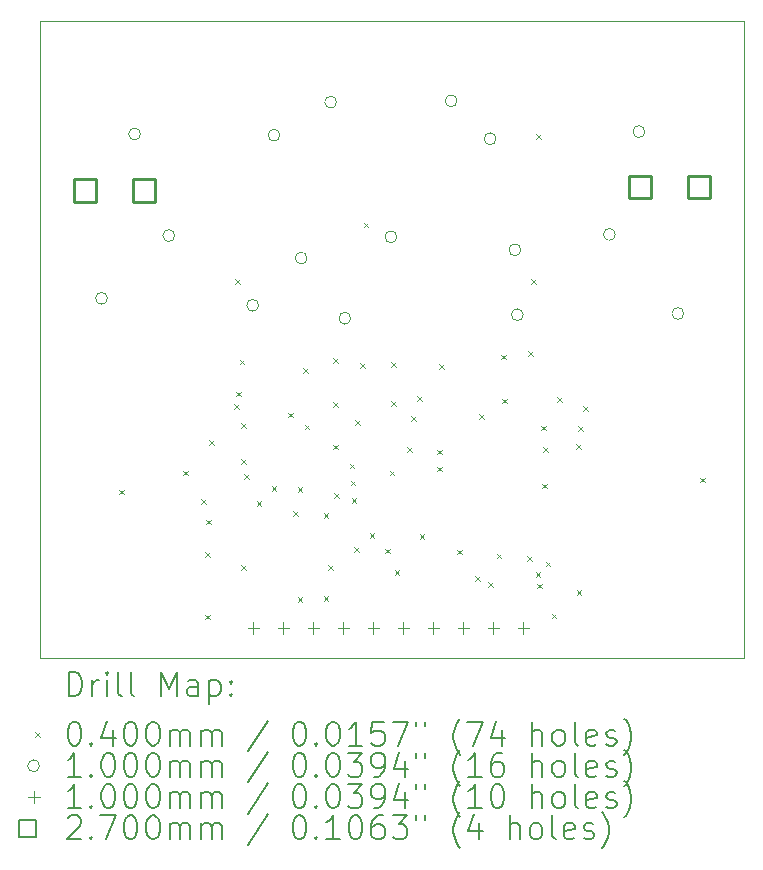
<source format=gbr>
%TF.GenerationSoftware,KiCad,Pcbnew,7.0.1*%
%TF.CreationDate,2023-11-01T02:10:30-07:00*%
%TF.ProjectId,KENESP32LTC370TEST,4b454e45-5350-4333-924c-544333373054,rev?*%
%TF.SameCoordinates,Original*%
%TF.FileFunction,Drillmap*%
%TF.FilePolarity,Positive*%
%FSLAX45Y45*%
G04 Gerber Fmt 4.5, Leading zero omitted, Abs format (unit mm)*
G04 Created by KiCad (PCBNEW 7.0.1) date 2023-11-01 02:10:30*
%MOMM*%
%LPD*%
G01*
G04 APERTURE LIST*
%ADD10C,0.100000*%
%ADD11C,0.200000*%
%ADD12C,0.040000*%
%ADD13C,0.270000*%
G04 APERTURE END LIST*
D10*
X8900000Y-15640000D02*
X14860000Y-15640000D01*
X8900000Y-10240000D02*
X8900000Y-15640000D01*
X14860000Y-10240000D02*
X8900000Y-10240000D01*
X14860000Y-15640000D02*
X14860000Y-10240000D01*
D11*
D12*
X9570000Y-14210000D02*
X9610000Y-14250000D01*
X9610000Y-14210000D02*
X9570000Y-14250000D01*
X10110000Y-14050000D02*
X10150000Y-14090000D01*
X10150000Y-14050000D02*
X10110000Y-14090000D01*
X10262450Y-14290996D02*
X10302450Y-14330996D01*
X10302450Y-14290996D02*
X10262450Y-14330996D01*
X10300000Y-14740000D02*
X10340000Y-14780000D01*
X10340000Y-14740000D02*
X10300000Y-14780000D01*
X10300000Y-15270000D02*
X10340000Y-15310000D01*
X10340000Y-15270000D02*
X10300000Y-15310000D01*
X10305000Y-14463750D02*
X10345000Y-14503750D01*
X10345000Y-14463750D02*
X10305000Y-14503750D01*
X10330000Y-13790000D02*
X10370000Y-13830000D01*
X10370000Y-13790000D02*
X10330000Y-13830000D01*
X10540000Y-13490000D02*
X10580000Y-13530000D01*
X10580000Y-13490000D02*
X10540000Y-13530000D01*
X10550000Y-12430000D02*
X10590000Y-12470000D01*
X10590000Y-12430000D02*
X10550000Y-12470000D01*
X10560000Y-13380000D02*
X10600000Y-13420000D01*
X10600000Y-13380000D02*
X10560000Y-13420000D01*
X10590000Y-13110000D02*
X10630000Y-13150000D01*
X10630000Y-13110000D02*
X10590000Y-13150000D01*
X10600000Y-14852600D02*
X10640000Y-14892600D01*
X10640000Y-14852600D02*
X10600000Y-14892600D01*
X10602450Y-13650000D02*
X10642450Y-13690000D01*
X10642450Y-13650000D02*
X10602450Y-13690000D01*
X10602450Y-13950000D02*
X10642450Y-13990000D01*
X10642450Y-13950000D02*
X10602450Y-13990000D01*
X10630000Y-14080000D02*
X10670000Y-14120000D01*
X10670000Y-14080000D02*
X10630000Y-14120000D01*
X10732408Y-14306359D02*
X10772408Y-14346359D01*
X10772408Y-14306359D02*
X10732408Y-14346359D01*
X10860000Y-14180000D02*
X10900000Y-14220000D01*
X10900000Y-14180000D02*
X10860000Y-14220000D01*
X11000000Y-13560000D02*
X11040000Y-13600000D01*
X11040000Y-13560000D02*
X11000000Y-13600000D01*
X11040000Y-14390000D02*
X11080000Y-14430000D01*
X11080000Y-14390000D02*
X11040000Y-14430000D01*
X11080000Y-14190000D02*
X11120000Y-14230000D01*
X11120000Y-14190000D02*
X11080000Y-14230000D01*
X11080000Y-15120000D02*
X11120000Y-15160000D01*
X11120000Y-15120000D02*
X11080000Y-15160000D01*
X11130000Y-13180000D02*
X11170000Y-13220000D01*
X11170000Y-13180000D02*
X11130000Y-13220000D01*
X11140000Y-13660000D02*
X11180000Y-13700000D01*
X11180000Y-13660000D02*
X11140000Y-13700000D01*
X11300000Y-14410000D02*
X11340000Y-14450000D01*
X11340000Y-14410000D02*
X11300000Y-14450000D01*
X11300000Y-15112450D02*
X11340000Y-15152450D01*
X11340000Y-15112450D02*
X11300000Y-15152450D01*
X11340000Y-14852600D02*
X11380000Y-14892600D01*
X11380000Y-14852600D02*
X11340000Y-14892600D01*
X11380000Y-13100000D02*
X11420000Y-13140000D01*
X11420000Y-13100000D02*
X11380000Y-13140000D01*
X11380000Y-13470000D02*
X11420000Y-13510000D01*
X11420000Y-13470000D02*
X11380000Y-13510000D01*
X11384057Y-13829790D02*
X11424057Y-13869790D01*
X11424057Y-13829790D02*
X11384057Y-13869790D01*
X11390000Y-14240000D02*
X11430000Y-14280000D01*
X11430000Y-14240000D02*
X11390000Y-14280000D01*
X11520000Y-13990000D02*
X11560000Y-14030000D01*
X11560000Y-13990000D02*
X11520000Y-14030000D01*
X11530000Y-14134900D02*
X11570000Y-14174900D01*
X11570000Y-14134900D02*
X11530000Y-14174900D01*
X11537525Y-14285065D02*
X11577525Y-14325065D01*
X11577525Y-14285065D02*
X11537525Y-14325065D01*
X11560000Y-14700000D02*
X11600000Y-14740000D01*
X11600000Y-14700000D02*
X11560000Y-14740000D01*
X11570000Y-13620000D02*
X11610000Y-13660000D01*
X11610000Y-13620000D02*
X11570000Y-13660000D01*
X11610000Y-13140000D02*
X11650000Y-13180000D01*
X11650000Y-13140000D02*
X11610000Y-13180000D01*
X11640000Y-11950000D02*
X11680000Y-11990000D01*
X11680000Y-11950000D02*
X11640000Y-11990000D01*
X11690000Y-14580000D02*
X11730000Y-14620000D01*
X11730000Y-14580000D02*
X11690000Y-14620000D01*
X11820000Y-14710000D02*
X11860000Y-14750000D01*
X11860000Y-14710000D02*
X11820000Y-14750000D01*
X11860000Y-14050000D02*
X11900000Y-14090000D01*
X11900000Y-14050000D02*
X11860000Y-14090000D01*
X11870000Y-13130000D02*
X11910000Y-13170000D01*
X11910000Y-13130000D02*
X11870000Y-13170000D01*
X11870000Y-13460000D02*
X11910000Y-13500000D01*
X11910000Y-13460000D02*
X11870000Y-13500000D01*
X11902274Y-14892274D02*
X11942274Y-14932274D01*
X11942274Y-14892274D02*
X11902274Y-14932274D01*
X12005660Y-13850279D02*
X12045660Y-13890279D01*
X12045660Y-13850279D02*
X12005660Y-13890279D01*
X12038805Y-13591195D02*
X12078805Y-13631195D01*
X12078805Y-13591195D02*
X12038805Y-13631195D01*
X12090000Y-13420000D02*
X12130000Y-13460000D01*
X12130000Y-13420000D02*
X12090000Y-13460000D01*
X12114424Y-14590000D02*
X12154424Y-14630000D01*
X12154424Y-14590000D02*
X12114424Y-14630000D01*
X12259330Y-14016837D02*
X12299330Y-14056837D01*
X12299330Y-14016837D02*
X12259330Y-14056837D01*
X12263117Y-13871937D02*
X12303117Y-13911937D01*
X12303117Y-13871937D02*
X12263117Y-13911937D01*
X12280000Y-13150000D02*
X12320000Y-13190000D01*
X12320000Y-13150000D02*
X12280000Y-13190000D01*
X12430000Y-14720000D02*
X12470000Y-14760000D01*
X12470000Y-14720000D02*
X12430000Y-14760000D01*
X12585870Y-14941899D02*
X12625870Y-14981899D01*
X12625870Y-14941899D02*
X12585870Y-14981899D01*
X12620000Y-13570000D02*
X12660000Y-13610000D01*
X12660000Y-13570000D02*
X12620000Y-13610000D01*
X12695000Y-14995000D02*
X12735000Y-15035000D01*
X12735000Y-14995000D02*
X12695000Y-15035000D01*
X12765000Y-14752540D02*
X12805000Y-14792540D01*
X12805000Y-14752540D02*
X12765000Y-14792540D01*
X12802350Y-13067650D02*
X12842350Y-13107650D01*
X12842350Y-13067650D02*
X12802350Y-13107650D01*
X12810000Y-13440000D02*
X12850000Y-13480000D01*
X12850000Y-13440000D02*
X12810000Y-13480000D01*
X13021230Y-14771230D02*
X13061230Y-14811230D01*
X13061230Y-14771230D02*
X13021230Y-14811230D01*
X13030000Y-13040000D02*
X13070000Y-13080000D01*
X13070000Y-13040000D02*
X13030000Y-13080000D01*
X13060000Y-12430000D02*
X13100000Y-12470000D01*
X13100000Y-12430000D02*
X13060000Y-12470000D01*
X13095810Y-14908461D02*
X13135810Y-14948461D01*
X13135810Y-14908461D02*
X13095810Y-14948461D01*
X13100000Y-11200000D02*
X13140000Y-11240000D01*
X13140000Y-11200000D02*
X13100000Y-11240000D01*
X13108902Y-15007550D02*
X13148902Y-15047550D01*
X13148902Y-15007550D02*
X13108902Y-15047550D01*
X13140820Y-13668982D02*
X13180820Y-13708982D01*
X13180820Y-13668982D02*
X13140820Y-13708982D01*
X13150000Y-14160000D02*
X13190000Y-14200000D01*
X13190000Y-14160000D02*
X13150000Y-14200000D01*
X13160000Y-13850000D02*
X13200000Y-13890000D01*
X13200000Y-13850000D02*
X13160000Y-13890000D01*
X13180000Y-14820000D02*
X13220000Y-14860000D01*
X13220000Y-14820000D02*
X13180000Y-14860000D01*
X13230000Y-15260000D02*
X13270000Y-15300000D01*
X13270000Y-15260000D02*
X13230000Y-15300000D01*
X13280000Y-13430000D02*
X13320000Y-13470000D01*
X13320000Y-13430000D02*
X13280000Y-13470000D01*
X13437350Y-13823278D02*
X13477350Y-13863278D01*
X13477350Y-13823278D02*
X13437350Y-13863278D01*
X13442550Y-15060000D02*
X13482550Y-15100000D01*
X13482550Y-15060000D02*
X13442550Y-15100000D01*
X13452550Y-13674377D02*
X13492550Y-13714377D01*
X13492550Y-13674377D02*
X13452550Y-13714377D01*
X13495310Y-13504689D02*
X13535310Y-13544689D01*
X13535310Y-13504689D02*
X13495310Y-13544689D01*
X14490000Y-14110000D02*
X14530000Y-14150000D01*
X14530000Y-14110000D02*
X14490000Y-14150000D01*
D10*
X9470000Y-12590000D02*
G75*
G03*
X9470000Y-12590000I-50000J0D01*
G01*
X9750000Y-11200000D02*
G75*
G03*
X9750000Y-11200000I-50000J0D01*
G01*
X10040000Y-12060000D02*
G75*
G03*
X10040000Y-12060000I-50000J0D01*
G01*
X10750000Y-12650000D02*
G75*
G03*
X10750000Y-12650000I-50000J0D01*
G01*
X10930000Y-11210000D02*
G75*
G03*
X10930000Y-11210000I-50000J0D01*
G01*
X11160000Y-12250000D02*
G75*
G03*
X11160000Y-12250000I-50000J0D01*
G01*
X11410000Y-10930000D02*
G75*
G03*
X11410000Y-10930000I-50000J0D01*
G01*
X11530000Y-12760000D02*
G75*
G03*
X11530000Y-12760000I-50000J0D01*
G01*
X11920000Y-12070000D02*
G75*
G03*
X11920000Y-12070000I-50000J0D01*
G01*
X12430000Y-10920000D02*
G75*
G03*
X12430000Y-10920000I-50000J0D01*
G01*
X12760000Y-11240000D02*
G75*
G03*
X12760000Y-11240000I-50000J0D01*
G01*
X12970000Y-12180000D02*
G75*
G03*
X12970000Y-12180000I-50000J0D01*
G01*
X12990000Y-12730000D02*
G75*
G03*
X12990000Y-12730000I-50000J0D01*
G01*
X13770000Y-12050000D02*
G75*
G03*
X13770000Y-12050000I-50000J0D01*
G01*
X14020000Y-11180000D02*
G75*
G03*
X14020000Y-11180000I-50000J0D01*
G01*
X14350000Y-12720000D02*
G75*
G03*
X14350000Y-12720000I-50000J0D01*
G01*
X10706000Y-15330000D02*
X10706000Y-15430000D01*
X10656000Y-15380000D02*
X10756000Y-15380000D01*
X10960000Y-15330000D02*
X10960000Y-15430000D01*
X10910000Y-15380000D02*
X11010000Y-15380000D01*
X11214000Y-15330000D02*
X11214000Y-15430000D01*
X11164000Y-15380000D02*
X11264000Y-15380000D01*
X11468000Y-15330000D02*
X11468000Y-15430000D01*
X11418000Y-15380000D02*
X11518000Y-15380000D01*
X11722000Y-15330000D02*
X11722000Y-15430000D01*
X11672000Y-15380000D02*
X11772000Y-15380000D01*
X11976000Y-15330000D02*
X11976000Y-15430000D01*
X11926000Y-15380000D02*
X12026000Y-15380000D01*
X12230000Y-15330000D02*
X12230000Y-15430000D01*
X12180000Y-15380000D02*
X12280000Y-15380000D01*
X12484000Y-15330000D02*
X12484000Y-15430000D01*
X12434000Y-15380000D02*
X12534000Y-15380000D01*
X12738000Y-15330000D02*
X12738000Y-15430000D01*
X12688000Y-15380000D02*
X12788000Y-15380000D01*
X12992000Y-15330000D02*
X12992000Y-15430000D01*
X12942000Y-15380000D02*
X13042000Y-15380000D01*
D13*
X9375460Y-11775460D02*
X9375460Y-11584540D01*
X9184540Y-11584540D01*
X9184540Y-11775460D01*
X9375460Y-11775460D01*
X9875460Y-11775460D02*
X9875460Y-11584540D01*
X9684540Y-11584540D01*
X9684540Y-11775460D01*
X9875460Y-11775460D01*
X14075460Y-11745460D02*
X14075460Y-11554540D01*
X13884540Y-11554540D01*
X13884540Y-11745460D01*
X14075460Y-11745460D01*
X14575460Y-11745460D02*
X14575460Y-11554540D01*
X14384540Y-11554540D01*
X14384540Y-11745460D01*
X14575460Y-11745460D01*
D11*
X9142619Y-15957524D02*
X9142619Y-15757524D01*
X9142619Y-15757524D02*
X9190238Y-15757524D01*
X9190238Y-15757524D02*
X9218810Y-15767048D01*
X9218810Y-15767048D02*
X9237857Y-15786095D01*
X9237857Y-15786095D02*
X9247381Y-15805143D01*
X9247381Y-15805143D02*
X9256905Y-15843238D01*
X9256905Y-15843238D02*
X9256905Y-15871809D01*
X9256905Y-15871809D02*
X9247381Y-15909905D01*
X9247381Y-15909905D02*
X9237857Y-15928952D01*
X9237857Y-15928952D02*
X9218810Y-15948000D01*
X9218810Y-15948000D02*
X9190238Y-15957524D01*
X9190238Y-15957524D02*
X9142619Y-15957524D01*
X9342619Y-15957524D02*
X9342619Y-15824190D01*
X9342619Y-15862286D02*
X9352143Y-15843238D01*
X9352143Y-15843238D02*
X9361667Y-15833714D01*
X9361667Y-15833714D02*
X9380714Y-15824190D01*
X9380714Y-15824190D02*
X9399762Y-15824190D01*
X9466429Y-15957524D02*
X9466429Y-15824190D01*
X9466429Y-15757524D02*
X9456905Y-15767048D01*
X9456905Y-15767048D02*
X9466429Y-15776571D01*
X9466429Y-15776571D02*
X9475952Y-15767048D01*
X9475952Y-15767048D02*
X9466429Y-15757524D01*
X9466429Y-15757524D02*
X9466429Y-15776571D01*
X9590238Y-15957524D02*
X9571190Y-15948000D01*
X9571190Y-15948000D02*
X9561667Y-15928952D01*
X9561667Y-15928952D02*
X9561667Y-15757524D01*
X9695000Y-15957524D02*
X9675952Y-15948000D01*
X9675952Y-15948000D02*
X9666429Y-15928952D01*
X9666429Y-15928952D02*
X9666429Y-15757524D01*
X9923571Y-15957524D02*
X9923571Y-15757524D01*
X9923571Y-15757524D02*
X9990238Y-15900381D01*
X9990238Y-15900381D02*
X10056905Y-15757524D01*
X10056905Y-15757524D02*
X10056905Y-15957524D01*
X10237857Y-15957524D02*
X10237857Y-15852762D01*
X10237857Y-15852762D02*
X10228333Y-15833714D01*
X10228333Y-15833714D02*
X10209286Y-15824190D01*
X10209286Y-15824190D02*
X10171190Y-15824190D01*
X10171190Y-15824190D02*
X10152143Y-15833714D01*
X10237857Y-15948000D02*
X10218810Y-15957524D01*
X10218810Y-15957524D02*
X10171190Y-15957524D01*
X10171190Y-15957524D02*
X10152143Y-15948000D01*
X10152143Y-15948000D02*
X10142619Y-15928952D01*
X10142619Y-15928952D02*
X10142619Y-15909905D01*
X10142619Y-15909905D02*
X10152143Y-15890857D01*
X10152143Y-15890857D02*
X10171190Y-15881333D01*
X10171190Y-15881333D02*
X10218810Y-15881333D01*
X10218810Y-15881333D02*
X10237857Y-15871809D01*
X10333095Y-15824190D02*
X10333095Y-16024190D01*
X10333095Y-15833714D02*
X10352143Y-15824190D01*
X10352143Y-15824190D02*
X10390238Y-15824190D01*
X10390238Y-15824190D02*
X10409286Y-15833714D01*
X10409286Y-15833714D02*
X10418810Y-15843238D01*
X10418810Y-15843238D02*
X10428333Y-15862286D01*
X10428333Y-15862286D02*
X10428333Y-15919428D01*
X10428333Y-15919428D02*
X10418810Y-15938476D01*
X10418810Y-15938476D02*
X10409286Y-15948000D01*
X10409286Y-15948000D02*
X10390238Y-15957524D01*
X10390238Y-15957524D02*
X10352143Y-15957524D01*
X10352143Y-15957524D02*
X10333095Y-15948000D01*
X10514048Y-15938476D02*
X10523571Y-15948000D01*
X10523571Y-15948000D02*
X10514048Y-15957524D01*
X10514048Y-15957524D02*
X10504524Y-15948000D01*
X10504524Y-15948000D02*
X10514048Y-15938476D01*
X10514048Y-15938476D02*
X10514048Y-15957524D01*
X10514048Y-15833714D02*
X10523571Y-15843238D01*
X10523571Y-15843238D02*
X10514048Y-15852762D01*
X10514048Y-15852762D02*
X10504524Y-15843238D01*
X10504524Y-15843238D02*
X10514048Y-15833714D01*
X10514048Y-15833714D02*
X10514048Y-15852762D01*
D12*
X8855000Y-16265000D02*
X8895000Y-16305000D01*
X8895000Y-16265000D02*
X8855000Y-16305000D01*
D11*
X9180714Y-16177524D02*
X9199762Y-16177524D01*
X9199762Y-16177524D02*
X9218810Y-16187048D01*
X9218810Y-16187048D02*
X9228333Y-16196571D01*
X9228333Y-16196571D02*
X9237857Y-16215619D01*
X9237857Y-16215619D02*
X9247381Y-16253714D01*
X9247381Y-16253714D02*
X9247381Y-16301333D01*
X9247381Y-16301333D02*
X9237857Y-16339428D01*
X9237857Y-16339428D02*
X9228333Y-16358476D01*
X9228333Y-16358476D02*
X9218810Y-16368000D01*
X9218810Y-16368000D02*
X9199762Y-16377524D01*
X9199762Y-16377524D02*
X9180714Y-16377524D01*
X9180714Y-16377524D02*
X9161667Y-16368000D01*
X9161667Y-16368000D02*
X9152143Y-16358476D01*
X9152143Y-16358476D02*
X9142619Y-16339428D01*
X9142619Y-16339428D02*
X9133095Y-16301333D01*
X9133095Y-16301333D02*
X9133095Y-16253714D01*
X9133095Y-16253714D02*
X9142619Y-16215619D01*
X9142619Y-16215619D02*
X9152143Y-16196571D01*
X9152143Y-16196571D02*
X9161667Y-16187048D01*
X9161667Y-16187048D02*
X9180714Y-16177524D01*
X9333095Y-16358476D02*
X9342619Y-16368000D01*
X9342619Y-16368000D02*
X9333095Y-16377524D01*
X9333095Y-16377524D02*
X9323571Y-16368000D01*
X9323571Y-16368000D02*
X9333095Y-16358476D01*
X9333095Y-16358476D02*
X9333095Y-16377524D01*
X9514048Y-16244190D02*
X9514048Y-16377524D01*
X9466429Y-16168000D02*
X9418810Y-16310857D01*
X9418810Y-16310857D02*
X9542619Y-16310857D01*
X9656905Y-16177524D02*
X9675952Y-16177524D01*
X9675952Y-16177524D02*
X9695000Y-16187048D01*
X9695000Y-16187048D02*
X9704524Y-16196571D01*
X9704524Y-16196571D02*
X9714048Y-16215619D01*
X9714048Y-16215619D02*
X9723571Y-16253714D01*
X9723571Y-16253714D02*
X9723571Y-16301333D01*
X9723571Y-16301333D02*
X9714048Y-16339428D01*
X9714048Y-16339428D02*
X9704524Y-16358476D01*
X9704524Y-16358476D02*
X9695000Y-16368000D01*
X9695000Y-16368000D02*
X9675952Y-16377524D01*
X9675952Y-16377524D02*
X9656905Y-16377524D01*
X9656905Y-16377524D02*
X9637857Y-16368000D01*
X9637857Y-16368000D02*
X9628333Y-16358476D01*
X9628333Y-16358476D02*
X9618810Y-16339428D01*
X9618810Y-16339428D02*
X9609286Y-16301333D01*
X9609286Y-16301333D02*
X9609286Y-16253714D01*
X9609286Y-16253714D02*
X9618810Y-16215619D01*
X9618810Y-16215619D02*
X9628333Y-16196571D01*
X9628333Y-16196571D02*
X9637857Y-16187048D01*
X9637857Y-16187048D02*
X9656905Y-16177524D01*
X9847381Y-16177524D02*
X9866429Y-16177524D01*
X9866429Y-16177524D02*
X9885476Y-16187048D01*
X9885476Y-16187048D02*
X9895000Y-16196571D01*
X9895000Y-16196571D02*
X9904524Y-16215619D01*
X9904524Y-16215619D02*
X9914048Y-16253714D01*
X9914048Y-16253714D02*
X9914048Y-16301333D01*
X9914048Y-16301333D02*
X9904524Y-16339428D01*
X9904524Y-16339428D02*
X9895000Y-16358476D01*
X9895000Y-16358476D02*
X9885476Y-16368000D01*
X9885476Y-16368000D02*
X9866429Y-16377524D01*
X9866429Y-16377524D02*
X9847381Y-16377524D01*
X9847381Y-16377524D02*
X9828333Y-16368000D01*
X9828333Y-16368000D02*
X9818810Y-16358476D01*
X9818810Y-16358476D02*
X9809286Y-16339428D01*
X9809286Y-16339428D02*
X9799762Y-16301333D01*
X9799762Y-16301333D02*
X9799762Y-16253714D01*
X9799762Y-16253714D02*
X9809286Y-16215619D01*
X9809286Y-16215619D02*
X9818810Y-16196571D01*
X9818810Y-16196571D02*
X9828333Y-16187048D01*
X9828333Y-16187048D02*
X9847381Y-16177524D01*
X9999762Y-16377524D02*
X9999762Y-16244190D01*
X9999762Y-16263238D02*
X10009286Y-16253714D01*
X10009286Y-16253714D02*
X10028333Y-16244190D01*
X10028333Y-16244190D02*
X10056905Y-16244190D01*
X10056905Y-16244190D02*
X10075952Y-16253714D01*
X10075952Y-16253714D02*
X10085476Y-16272762D01*
X10085476Y-16272762D02*
X10085476Y-16377524D01*
X10085476Y-16272762D02*
X10095000Y-16253714D01*
X10095000Y-16253714D02*
X10114048Y-16244190D01*
X10114048Y-16244190D02*
X10142619Y-16244190D01*
X10142619Y-16244190D02*
X10161667Y-16253714D01*
X10161667Y-16253714D02*
X10171191Y-16272762D01*
X10171191Y-16272762D02*
X10171191Y-16377524D01*
X10266429Y-16377524D02*
X10266429Y-16244190D01*
X10266429Y-16263238D02*
X10275952Y-16253714D01*
X10275952Y-16253714D02*
X10295000Y-16244190D01*
X10295000Y-16244190D02*
X10323572Y-16244190D01*
X10323572Y-16244190D02*
X10342619Y-16253714D01*
X10342619Y-16253714D02*
X10352143Y-16272762D01*
X10352143Y-16272762D02*
X10352143Y-16377524D01*
X10352143Y-16272762D02*
X10361667Y-16253714D01*
X10361667Y-16253714D02*
X10380714Y-16244190D01*
X10380714Y-16244190D02*
X10409286Y-16244190D01*
X10409286Y-16244190D02*
X10428333Y-16253714D01*
X10428333Y-16253714D02*
X10437857Y-16272762D01*
X10437857Y-16272762D02*
X10437857Y-16377524D01*
X10828333Y-16168000D02*
X10656905Y-16425143D01*
X11085476Y-16177524D02*
X11104524Y-16177524D01*
X11104524Y-16177524D02*
X11123572Y-16187048D01*
X11123572Y-16187048D02*
X11133095Y-16196571D01*
X11133095Y-16196571D02*
X11142619Y-16215619D01*
X11142619Y-16215619D02*
X11152143Y-16253714D01*
X11152143Y-16253714D02*
X11152143Y-16301333D01*
X11152143Y-16301333D02*
X11142619Y-16339428D01*
X11142619Y-16339428D02*
X11133095Y-16358476D01*
X11133095Y-16358476D02*
X11123572Y-16368000D01*
X11123572Y-16368000D02*
X11104524Y-16377524D01*
X11104524Y-16377524D02*
X11085476Y-16377524D01*
X11085476Y-16377524D02*
X11066429Y-16368000D01*
X11066429Y-16368000D02*
X11056905Y-16358476D01*
X11056905Y-16358476D02*
X11047381Y-16339428D01*
X11047381Y-16339428D02*
X11037857Y-16301333D01*
X11037857Y-16301333D02*
X11037857Y-16253714D01*
X11037857Y-16253714D02*
X11047381Y-16215619D01*
X11047381Y-16215619D02*
X11056905Y-16196571D01*
X11056905Y-16196571D02*
X11066429Y-16187048D01*
X11066429Y-16187048D02*
X11085476Y-16177524D01*
X11237857Y-16358476D02*
X11247381Y-16368000D01*
X11247381Y-16368000D02*
X11237857Y-16377524D01*
X11237857Y-16377524D02*
X11228333Y-16368000D01*
X11228333Y-16368000D02*
X11237857Y-16358476D01*
X11237857Y-16358476D02*
X11237857Y-16377524D01*
X11371191Y-16177524D02*
X11390238Y-16177524D01*
X11390238Y-16177524D02*
X11409286Y-16187048D01*
X11409286Y-16187048D02*
X11418810Y-16196571D01*
X11418810Y-16196571D02*
X11428333Y-16215619D01*
X11428333Y-16215619D02*
X11437857Y-16253714D01*
X11437857Y-16253714D02*
X11437857Y-16301333D01*
X11437857Y-16301333D02*
X11428333Y-16339428D01*
X11428333Y-16339428D02*
X11418810Y-16358476D01*
X11418810Y-16358476D02*
X11409286Y-16368000D01*
X11409286Y-16368000D02*
X11390238Y-16377524D01*
X11390238Y-16377524D02*
X11371191Y-16377524D01*
X11371191Y-16377524D02*
X11352143Y-16368000D01*
X11352143Y-16368000D02*
X11342619Y-16358476D01*
X11342619Y-16358476D02*
X11333095Y-16339428D01*
X11333095Y-16339428D02*
X11323572Y-16301333D01*
X11323572Y-16301333D02*
X11323572Y-16253714D01*
X11323572Y-16253714D02*
X11333095Y-16215619D01*
X11333095Y-16215619D02*
X11342619Y-16196571D01*
X11342619Y-16196571D02*
X11352143Y-16187048D01*
X11352143Y-16187048D02*
X11371191Y-16177524D01*
X11628333Y-16377524D02*
X11514048Y-16377524D01*
X11571191Y-16377524D02*
X11571191Y-16177524D01*
X11571191Y-16177524D02*
X11552143Y-16206095D01*
X11552143Y-16206095D02*
X11533095Y-16225143D01*
X11533095Y-16225143D02*
X11514048Y-16234667D01*
X11809286Y-16177524D02*
X11714048Y-16177524D01*
X11714048Y-16177524D02*
X11704524Y-16272762D01*
X11704524Y-16272762D02*
X11714048Y-16263238D01*
X11714048Y-16263238D02*
X11733095Y-16253714D01*
X11733095Y-16253714D02*
X11780714Y-16253714D01*
X11780714Y-16253714D02*
X11799762Y-16263238D01*
X11799762Y-16263238D02*
X11809286Y-16272762D01*
X11809286Y-16272762D02*
X11818810Y-16291809D01*
X11818810Y-16291809D02*
X11818810Y-16339428D01*
X11818810Y-16339428D02*
X11809286Y-16358476D01*
X11809286Y-16358476D02*
X11799762Y-16368000D01*
X11799762Y-16368000D02*
X11780714Y-16377524D01*
X11780714Y-16377524D02*
X11733095Y-16377524D01*
X11733095Y-16377524D02*
X11714048Y-16368000D01*
X11714048Y-16368000D02*
X11704524Y-16358476D01*
X11885476Y-16177524D02*
X12018810Y-16177524D01*
X12018810Y-16177524D02*
X11933095Y-16377524D01*
X12085476Y-16177524D02*
X12085476Y-16215619D01*
X12161667Y-16177524D02*
X12161667Y-16215619D01*
X12456905Y-16453714D02*
X12447381Y-16444190D01*
X12447381Y-16444190D02*
X12428334Y-16415619D01*
X12428334Y-16415619D02*
X12418810Y-16396571D01*
X12418810Y-16396571D02*
X12409286Y-16368000D01*
X12409286Y-16368000D02*
X12399762Y-16320381D01*
X12399762Y-16320381D02*
X12399762Y-16282286D01*
X12399762Y-16282286D02*
X12409286Y-16234667D01*
X12409286Y-16234667D02*
X12418810Y-16206095D01*
X12418810Y-16206095D02*
X12428334Y-16187048D01*
X12428334Y-16187048D02*
X12447381Y-16158476D01*
X12447381Y-16158476D02*
X12456905Y-16148952D01*
X12514048Y-16177524D02*
X12647381Y-16177524D01*
X12647381Y-16177524D02*
X12561667Y-16377524D01*
X12809286Y-16244190D02*
X12809286Y-16377524D01*
X12761667Y-16168000D02*
X12714048Y-16310857D01*
X12714048Y-16310857D02*
X12837857Y-16310857D01*
X13066429Y-16377524D02*
X13066429Y-16177524D01*
X13152143Y-16377524D02*
X13152143Y-16272762D01*
X13152143Y-16272762D02*
X13142619Y-16253714D01*
X13142619Y-16253714D02*
X13123572Y-16244190D01*
X13123572Y-16244190D02*
X13095000Y-16244190D01*
X13095000Y-16244190D02*
X13075953Y-16253714D01*
X13075953Y-16253714D02*
X13066429Y-16263238D01*
X13275953Y-16377524D02*
X13256905Y-16368000D01*
X13256905Y-16368000D02*
X13247381Y-16358476D01*
X13247381Y-16358476D02*
X13237857Y-16339428D01*
X13237857Y-16339428D02*
X13237857Y-16282286D01*
X13237857Y-16282286D02*
X13247381Y-16263238D01*
X13247381Y-16263238D02*
X13256905Y-16253714D01*
X13256905Y-16253714D02*
X13275953Y-16244190D01*
X13275953Y-16244190D02*
X13304524Y-16244190D01*
X13304524Y-16244190D02*
X13323572Y-16253714D01*
X13323572Y-16253714D02*
X13333096Y-16263238D01*
X13333096Y-16263238D02*
X13342619Y-16282286D01*
X13342619Y-16282286D02*
X13342619Y-16339428D01*
X13342619Y-16339428D02*
X13333096Y-16358476D01*
X13333096Y-16358476D02*
X13323572Y-16368000D01*
X13323572Y-16368000D02*
X13304524Y-16377524D01*
X13304524Y-16377524D02*
X13275953Y-16377524D01*
X13456905Y-16377524D02*
X13437857Y-16368000D01*
X13437857Y-16368000D02*
X13428334Y-16348952D01*
X13428334Y-16348952D02*
X13428334Y-16177524D01*
X13609286Y-16368000D02*
X13590238Y-16377524D01*
X13590238Y-16377524D02*
X13552143Y-16377524D01*
X13552143Y-16377524D02*
X13533096Y-16368000D01*
X13533096Y-16368000D02*
X13523572Y-16348952D01*
X13523572Y-16348952D02*
X13523572Y-16272762D01*
X13523572Y-16272762D02*
X13533096Y-16253714D01*
X13533096Y-16253714D02*
X13552143Y-16244190D01*
X13552143Y-16244190D02*
X13590238Y-16244190D01*
X13590238Y-16244190D02*
X13609286Y-16253714D01*
X13609286Y-16253714D02*
X13618810Y-16272762D01*
X13618810Y-16272762D02*
X13618810Y-16291809D01*
X13618810Y-16291809D02*
X13523572Y-16310857D01*
X13695000Y-16368000D02*
X13714048Y-16377524D01*
X13714048Y-16377524D02*
X13752143Y-16377524D01*
X13752143Y-16377524D02*
X13771191Y-16368000D01*
X13771191Y-16368000D02*
X13780715Y-16348952D01*
X13780715Y-16348952D02*
X13780715Y-16339428D01*
X13780715Y-16339428D02*
X13771191Y-16320381D01*
X13771191Y-16320381D02*
X13752143Y-16310857D01*
X13752143Y-16310857D02*
X13723572Y-16310857D01*
X13723572Y-16310857D02*
X13704524Y-16301333D01*
X13704524Y-16301333D02*
X13695000Y-16282286D01*
X13695000Y-16282286D02*
X13695000Y-16272762D01*
X13695000Y-16272762D02*
X13704524Y-16253714D01*
X13704524Y-16253714D02*
X13723572Y-16244190D01*
X13723572Y-16244190D02*
X13752143Y-16244190D01*
X13752143Y-16244190D02*
X13771191Y-16253714D01*
X13847381Y-16453714D02*
X13856905Y-16444190D01*
X13856905Y-16444190D02*
X13875953Y-16415619D01*
X13875953Y-16415619D02*
X13885477Y-16396571D01*
X13885477Y-16396571D02*
X13895000Y-16368000D01*
X13895000Y-16368000D02*
X13904524Y-16320381D01*
X13904524Y-16320381D02*
X13904524Y-16282286D01*
X13904524Y-16282286D02*
X13895000Y-16234667D01*
X13895000Y-16234667D02*
X13885477Y-16206095D01*
X13885477Y-16206095D02*
X13875953Y-16187048D01*
X13875953Y-16187048D02*
X13856905Y-16158476D01*
X13856905Y-16158476D02*
X13847381Y-16148952D01*
D10*
X8895000Y-16549000D02*
G75*
G03*
X8895000Y-16549000I-50000J0D01*
G01*
D11*
X9247381Y-16641524D02*
X9133095Y-16641524D01*
X9190238Y-16641524D02*
X9190238Y-16441524D01*
X9190238Y-16441524D02*
X9171190Y-16470095D01*
X9171190Y-16470095D02*
X9152143Y-16489143D01*
X9152143Y-16489143D02*
X9133095Y-16498667D01*
X9333095Y-16622476D02*
X9342619Y-16632000D01*
X9342619Y-16632000D02*
X9333095Y-16641524D01*
X9333095Y-16641524D02*
X9323571Y-16632000D01*
X9323571Y-16632000D02*
X9333095Y-16622476D01*
X9333095Y-16622476D02*
X9333095Y-16641524D01*
X9466429Y-16441524D02*
X9485476Y-16441524D01*
X9485476Y-16441524D02*
X9504524Y-16451048D01*
X9504524Y-16451048D02*
X9514048Y-16460571D01*
X9514048Y-16460571D02*
X9523571Y-16479619D01*
X9523571Y-16479619D02*
X9533095Y-16517714D01*
X9533095Y-16517714D02*
X9533095Y-16565333D01*
X9533095Y-16565333D02*
X9523571Y-16603428D01*
X9523571Y-16603428D02*
X9514048Y-16622476D01*
X9514048Y-16622476D02*
X9504524Y-16632000D01*
X9504524Y-16632000D02*
X9485476Y-16641524D01*
X9485476Y-16641524D02*
X9466429Y-16641524D01*
X9466429Y-16641524D02*
X9447381Y-16632000D01*
X9447381Y-16632000D02*
X9437857Y-16622476D01*
X9437857Y-16622476D02*
X9428333Y-16603428D01*
X9428333Y-16603428D02*
X9418810Y-16565333D01*
X9418810Y-16565333D02*
X9418810Y-16517714D01*
X9418810Y-16517714D02*
X9428333Y-16479619D01*
X9428333Y-16479619D02*
X9437857Y-16460571D01*
X9437857Y-16460571D02*
X9447381Y-16451048D01*
X9447381Y-16451048D02*
X9466429Y-16441524D01*
X9656905Y-16441524D02*
X9675952Y-16441524D01*
X9675952Y-16441524D02*
X9695000Y-16451048D01*
X9695000Y-16451048D02*
X9704524Y-16460571D01*
X9704524Y-16460571D02*
X9714048Y-16479619D01*
X9714048Y-16479619D02*
X9723571Y-16517714D01*
X9723571Y-16517714D02*
X9723571Y-16565333D01*
X9723571Y-16565333D02*
X9714048Y-16603428D01*
X9714048Y-16603428D02*
X9704524Y-16622476D01*
X9704524Y-16622476D02*
X9695000Y-16632000D01*
X9695000Y-16632000D02*
X9675952Y-16641524D01*
X9675952Y-16641524D02*
X9656905Y-16641524D01*
X9656905Y-16641524D02*
X9637857Y-16632000D01*
X9637857Y-16632000D02*
X9628333Y-16622476D01*
X9628333Y-16622476D02*
X9618810Y-16603428D01*
X9618810Y-16603428D02*
X9609286Y-16565333D01*
X9609286Y-16565333D02*
X9609286Y-16517714D01*
X9609286Y-16517714D02*
X9618810Y-16479619D01*
X9618810Y-16479619D02*
X9628333Y-16460571D01*
X9628333Y-16460571D02*
X9637857Y-16451048D01*
X9637857Y-16451048D02*
X9656905Y-16441524D01*
X9847381Y-16441524D02*
X9866429Y-16441524D01*
X9866429Y-16441524D02*
X9885476Y-16451048D01*
X9885476Y-16451048D02*
X9895000Y-16460571D01*
X9895000Y-16460571D02*
X9904524Y-16479619D01*
X9904524Y-16479619D02*
X9914048Y-16517714D01*
X9914048Y-16517714D02*
X9914048Y-16565333D01*
X9914048Y-16565333D02*
X9904524Y-16603428D01*
X9904524Y-16603428D02*
X9895000Y-16622476D01*
X9895000Y-16622476D02*
X9885476Y-16632000D01*
X9885476Y-16632000D02*
X9866429Y-16641524D01*
X9866429Y-16641524D02*
X9847381Y-16641524D01*
X9847381Y-16641524D02*
X9828333Y-16632000D01*
X9828333Y-16632000D02*
X9818810Y-16622476D01*
X9818810Y-16622476D02*
X9809286Y-16603428D01*
X9809286Y-16603428D02*
X9799762Y-16565333D01*
X9799762Y-16565333D02*
X9799762Y-16517714D01*
X9799762Y-16517714D02*
X9809286Y-16479619D01*
X9809286Y-16479619D02*
X9818810Y-16460571D01*
X9818810Y-16460571D02*
X9828333Y-16451048D01*
X9828333Y-16451048D02*
X9847381Y-16441524D01*
X9999762Y-16641524D02*
X9999762Y-16508190D01*
X9999762Y-16527238D02*
X10009286Y-16517714D01*
X10009286Y-16517714D02*
X10028333Y-16508190D01*
X10028333Y-16508190D02*
X10056905Y-16508190D01*
X10056905Y-16508190D02*
X10075952Y-16517714D01*
X10075952Y-16517714D02*
X10085476Y-16536762D01*
X10085476Y-16536762D02*
X10085476Y-16641524D01*
X10085476Y-16536762D02*
X10095000Y-16517714D01*
X10095000Y-16517714D02*
X10114048Y-16508190D01*
X10114048Y-16508190D02*
X10142619Y-16508190D01*
X10142619Y-16508190D02*
X10161667Y-16517714D01*
X10161667Y-16517714D02*
X10171191Y-16536762D01*
X10171191Y-16536762D02*
X10171191Y-16641524D01*
X10266429Y-16641524D02*
X10266429Y-16508190D01*
X10266429Y-16527238D02*
X10275952Y-16517714D01*
X10275952Y-16517714D02*
X10295000Y-16508190D01*
X10295000Y-16508190D02*
X10323572Y-16508190D01*
X10323572Y-16508190D02*
X10342619Y-16517714D01*
X10342619Y-16517714D02*
X10352143Y-16536762D01*
X10352143Y-16536762D02*
X10352143Y-16641524D01*
X10352143Y-16536762D02*
X10361667Y-16517714D01*
X10361667Y-16517714D02*
X10380714Y-16508190D01*
X10380714Y-16508190D02*
X10409286Y-16508190D01*
X10409286Y-16508190D02*
X10428333Y-16517714D01*
X10428333Y-16517714D02*
X10437857Y-16536762D01*
X10437857Y-16536762D02*
X10437857Y-16641524D01*
X10828333Y-16432000D02*
X10656905Y-16689143D01*
X11085476Y-16441524D02*
X11104524Y-16441524D01*
X11104524Y-16441524D02*
X11123572Y-16451048D01*
X11123572Y-16451048D02*
X11133095Y-16460571D01*
X11133095Y-16460571D02*
X11142619Y-16479619D01*
X11142619Y-16479619D02*
X11152143Y-16517714D01*
X11152143Y-16517714D02*
X11152143Y-16565333D01*
X11152143Y-16565333D02*
X11142619Y-16603428D01*
X11142619Y-16603428D02*
X11133095Y-16622476D01*
X11133095Y-16622476D02*
X11123572Y-16632000D01*
X11123572Y-16632000D02*
X11104524Y-16641524D01*
X11104524Y-16641524D02*
X11085476Y-16641524D01*
X11085476Y-16641524D02*
X11066429Y-16632000D01*
X11066429Y-16632000D02*
X11056905Y-16622476D01*
X11056905Y-16622476D02*
X11047381Y-16603428D01*
X11047381Y-16603428D02*
X11037857Y-16565333D01*
X11037857Y-16565333D02*
X11037857Y-16517714D01*
X11037857Y-16517714D02*
X11047381Y-16479619D01*
X11047381Y-16479619D02*
X11056905Y-16460571D01*
X11056905Y-16460571D02*
X11066429Y-16451048D01*
X11066429Y-16451048D02*
X11085476Y-16441524D01*
X11237857Y-16622476D02*
X11247381Y-16632000D01*
X11247381Y-16632000D02*
X11237857Y-16641524D01*
X11237857Y-16641524D02*
X11228333Y-16632000D01*
X11228333Y-16632000D02*
X11237857Y-16622476D01*
X11237857Y-16622476D02*
X11237857Y-16641524D01*
X11371191Y-16441524D02*
X11390238Y-16441524D01*
X11390238Y-16441524D02*
X11409286Y-16451048D01*
X11409286Y-16451048D02*
X11418810Y-16460571D01*
X11418810Y-16460571D02*
X11428333Y-16479619D01*
X11428333Y-16479619D02*
X11437857Y-16517714D01*
X11437857Y-16517714D02*
X11437857Y-16565333D01*
X11437857Y-16565333D02*
X11428333Y-16603428D01*
X11428333Y-16603428D02*
X11418810Y-16622476D01*
X11418810Y-16622476D02*
X11409286Y-16632000D01*
X11409286Y-16632000D02*
X11390238Y-16641524D01*
X11390238Y-16641524D02*
X11371191Y-16641524D01*
X11371191Y-16641524D02*
X11352143Y-16632000D01*
X11352143Y-16632000D02*
X11342619Y-16622476D01*
X11342619Y-16622476D02*
X11333095Y-16603428D01*
X11333095Y-16603428D02*
X11323572Y-16565333D01*
X11323572Y-16565333D02*
X11323572Y-16517714D01*
X11323572Y-16517714D02*
X11333095Y-16479619D01*
X11333095Y-16479619D02*
X11342619Y-16460571D01*
X11342619Y-16460571D02*
X11352143Y-16451048D01*
X11352143Y-16451048D02*
X11371191Y-16441524D01*
X11504524Y-16441524D02*
X11628333Y-16441524D01*
X11628333Y-16441524D02*
X11561667Y-16517714D01*
X11561667Y-16517714D02*
X11590238Y-16517714D01*
X11590238Y-16517714D02*
X11609286Y-16527238D01*
X11609286Y-16527238D02*
X11618810Y-16536762D01*
X11618810Y-16536762D02*
X11628333Y-16555809D01*
X11628333Y-16555809D02*
X11628333Y-16603428D01*
X11628333Y-16603428D02*
X11618810Y-16622476D01*
X11618810Y-16622476D02*
X11609286Y-16632000D01*
X11609286Y-16632000D02*
X11590238Y-16641524D01*
X11590238Y-16641524D02*
X11533095Y-16641524D01*
X11533095Y-16641524D02*
X11514048Y-16632000D01*
X11514048Y-16632000D02*
X11504524Y-16622476D01*
X11723572Y-16641524D02*
X11761667Y-16641524D01*
X11761667Y-16641524D02*
X11780714Y-16632000D01*
X11780714Y-16632000D02*
X11790238Y-16622476D01*
X11790238Y-16622476D02*
X11809286Y-16593905D01*
X11809286Y-16593905D02*
X11818810Y-16555809D01*
X11818810Y-16555809D02*
X11818810Y-16479619D01*
X11818810Y-16479619D02*
X11809286Y-16460571D01*
X11809286Y-16460571D02*
X11799762Y-16451048D01*
X11799762Y-16451048D02*
X11780714Y-16441524D01*
X11780714Y-16441524D02*
X11742619Y-16441524D01*
X11742619Y-16441524D02*
X11723572Y-16451048D01*
X11723572Y-16451048D02*
X11714048Y-16460571D01*
X11714048Y-16460571D02*
X11704524Y-16479619D01*
X11704524Y-16479619D02*
X11704524Y-16527238D01*
X11704524Y-16527238D02*
X11714048Y-16546286D01*
X11714048Y-16546286D02*
X11723572Y-16555809D01*
X11723572Y-16555809D02*
X11742619Y-16565333D01*
X11742619Y-16565333D02*
X11780714Y-16565333D01*
X11780714Y-16565333D02*
X11799762Y-16555809D01*
X11799762Y-16555809D02*
X11809286Y-16546286D01*
X11809286Y-16546286D02*
X11818810Y-16527238D01*
X11990238Y-16508190D02*
X11990238Y-16641524D01*
X11942619Y-16432000D02*
X11895000Y-16574857D01*
X11895000Y-16574857D02*
X12018810Y-16574857D01*
X12085476Y-16441524D02*
X12085476Y-16479619D01*
X12161667Y-16441524D02*
X12161667Y-16479619D01*
X12456905Y-16717714D02*
X12447381Y-16708190D01*
X12447381Y-16708190D02*
X12428334Y-16679619D01*
X12428334Y-16679619D02*
X12418810Y-16660571D01*
X12418810Y-16660571D02*
X12409286Y-16632000D01*
X12409286Y-16632000D02*
X12399762Y-16584381D01*
X12399762Y-16584381D02*
X12399762Y-16546286D01*
X12399762Y-16546286D02*
X12409286Y-16498667D01*
X12409286Y-16498667D02*
X12418810Y-16470095D01*
X12418810Y-16470095D02*
X12428334Y-16451048D01*
X12428334Y-16451048D02*
X12447381Y-16422476D01*
X12447381Y-16422476D02*
X12456905Y-16412952D01*
X12637857Y-16641524D02*
X12523572Y-16641524D01*
X12580714Y-16641524D02*
X12580714Y-16441524D01*
X12580714Y-16441524D02*
X12561667Y-16470095D01*
X12561667Y-16470095D02*
X12542619Y-16489143D01*
X12542619Y-16489143D02*
X12523572Y-16498667D01*
X12809286Y-16441524D02*
X12771191Y-16441524D01*
X12771191Y-16441524D02*
X12752143Y-16451048D01*
X12752143Y-16451048D02*
X12742619Y-16460571D01*
X12742619Y-16460571D02*
X12723572Y-16489143D01*
X12723572Y-16489143D02*
X12714048Y-16527238D01*
X12714048Y-16527238D02*
X12714048Y-16603428D01*
X12714048Y-16603428D02*
X12723572Y-16622476D01*
X12723572Y-16622476D02*
X12733095Y-16632000D01*
X12733095Y-16632000D02*
X12752143Y-16641524D01*
X12752143Y-16641524D02*
X12790238Y-16641524D01*
X12790238Y-16641524D02*
X12809286Y-16632000D01*
X12809286Y-16632000D02*
X12818810Y-16622476D01*
X12818810Y-16622476D02*
X12828334Y-16603428D01*
X12828334Y-16603428D02*
X12828334Y-16555809D01*
X12828334Y-16555809D02*
X12818810Y-16536762D01*
X12818810Y-16536762D02*
X12809286Y-16527238D01*
X12809286Y-16527238D02*
X12790238Y-16517714D01*
X12790238Y-16517714D02*
X12752143Y-16517714D01*
X12752143Y-16517714D02*
X12733095Y-16527238D01*
X12733095Y-16527238D02*
X12723572Y-16536762D01*
X12723572Y-16536762D02*
X12714048Y-16555809D01*
X13066429Y-16641524D02*
X13066429Y-16441524D01*
X13152143Y-16641524D02*
X13152143Y-16536762D01*
X13152143Y-16536762D02*
X13142619Y-16517714D01*
X13142619Y-16517714D02*
X13123572Y-16508190D01*
X13123572Y-16508190D02*
X13095000Y-16508190D01*
X13095000Y-16508190D02*
X13075953Y-16517714D01*
X13075953Y-16517714D02*
X13066429Y-16527238D01*
X13275953Y-16641524D02*
X13256905Y-16632000D01*
X13256905Y-16632000D02*
X13247381Y-16622476D01*
X13247381Y-16622476D02*
X13237857Y-16603428D01*
X13237857Y-16603428D02*
X13237857Y-16546286D01*
X13237857Y-16546286D02*
X13247381Y-16527238D01*
X13247381Y-16527238D02*
X13256905Y-16517714D01*
X13256905Y-16517714D02*
X13275953Y-16508190D01*
X13275953Y-16508190D02*
X13304524Y-16508190D01*
X13304524Y-16508190D02*
X13323572Y-16517714D01*
X13323572Y-16517714D02*
X13333096Y-16527238D01*
X13333096Y-16527238D02*
X13342619Y-16546286D01*
X13342619Y-16546286D02*
X13342619Y-16603428D01*
X13342619Y-16603428D02*
X13333096Y-16622476D01*
X13333096Y-16622476D02*
X13323572Y-16632000D01*
X13323572Y-16632000D02*
X13304524Y-16641524D01*
X13304524Y-16641524D02*
X13275953Y-16641524D01*
X13456905Y-16641524D02*
X13437857Y-16632000D01*
X13437857Y-16632000D02*
X13428334Y-16612952D01*
X13428334Y-16612952D02*
X13428334Y-16441524D01*
X13609286Y-16632000D02*
X13590238Y-16641524D01*
X13590238Y-16641524D02*
X13552143Y-16641524D01*
X13552143Y-16641524D02*
X13533096Y-16632000D01*
X13533096Y-16632000D02*
X13523572Y-16612952D01*
X13523572Y-16612952D02*
X13523572Y-16536762D01*
X13523572Y-16536762D02*
X13533096Y-16517714D01*
X13533096Y-16517714D02*
X13552143Y-16508190D01*
X13552143Y-16508190D02*
X13590238Y-16508190D01*
X13590238Y-16508190D02*
X13609286Y-16517714D01*
X13609286Y-16517714D02*
X13618810Y-16536762D01*
X13618810Y-16536762D02*
X13618810Y-16555809D01*
X13618810Y-16555809D02*
X13523572Y-16574857D01*
X13695000Y-16632000D02*
X13714048Y-16641524D01*
X13714048Y-16641524D02*
X13752143Y-16641524D01*
X13752143Y-16641524D02*
X13771191Y-16632000D01*
X13771191Y-16632000D02*
X13780715Y-16612952D01*
X13780715Y-16612952D02*
X13780715Y-16603428D01*
X13780715Y-16603428D02*
X13771191Y-16584381D01*
X13771191Y-16584381D02*
X13752143Y-16574857D01*
X13752143Y-16574857D02*
X13723572Y-16574857D01*
X13723572Y-16574857D02*
X13704524Y-16565333D01*
X13704524Y-16565333D02*
X13695000Y-16546286D01*
X13695000Y-16546286D02*
X13695000Y-16536762D01*
X13695000Y-16536762D02*
X13704524Y-16517714D01*
X13704524Y-16517714D02*
X13723572Y-16508190D01*
X13723572Y-16508190D02*
X13752143Y-16508190D01*
X13752143Y-16508190D02*
X13771191Y-16517714D01*
X13847381Y-16717714D02*
X13856905Y-16708190D01*
X13856905Y-16708190D02*
X13875953Y-16679619D01*
X13875953Y-16679619D02*
X13885477Y-16660571D01*
X13885477Y-16660571D02*
X13895000Y-16632000D01*
X13895000Y-16632000D02*
X13904524Y-16584381D01*
X13904524Y-16584381D02*
X13904524Y-16546286D01*
X13904524Y-16546286D02*
X13895000Y-16498667D01*
X13895000Y-16498667D02*
X13885477Y-16470095D01*
X13885477Y-16470095D02*
X13875953Y-16451048D01*
X13875953Y-16451048D02*
X13856905Y-16422476D01*
X13856905Y-16422476D02*
X13847381Y-16412952D01*
D10*
X8845000Y-16763000D02*
X8845000Y-16863000D01*
X8795000Y-16813000D02*
X8895000Y-16813000D01*
D11*
X9247381Y-16905524D02*
X9133095Y-16905524D01*
X9190238Y-16905524D02*
X9190238Y-16705524D01*
X9190238Y-16705524D02*
X9171190Y-16734095D01*
X9171190Y-16734095D02*
X9152143Y-16753143D01*
X9152143Y-16753143D02*
X9133095Y-16762667D01*
X9333095Y-16886476D02*
X9342619Y-16896000D01*
X9342619Y-16896000D02*
X9333095Y-16905524D01*
X9333095Y-16905524D02*
X9323571Y-16896000D01*
X9323571Y-16896000D02*
X9333095Y-16886476D01*
X9333095Y-16886476D02*
X9333095Y-16905524D01*
X9466429Y-16705524D02*
X9485476Y-16705524D01*
X9485476Y-16705524D02*
X9504524Y-16715048D01*
X9504524Y-16715048D02*
X9514048Y-16724571D01*
X9514048Y-16724571D02*
X9523571Y-16743619D01*
X9523571Y-16743619D02*
X9533095Y-16781714D01*
X9533095Y-16781714D02*
X9533095Y-16829333D01*
X9533095Y-16829333D02*
X9523571Y-16867429D01*
X9523571Y-16867429D02*
X9514048Y-16886476D01*
X9514048Y-16886476D02*
X9504524Y-16896000D01*
X9504524Y-16896000D02*
X9485476Y-16905524D01*
X9485476Y-16905524D02*
X9466429Y-16905524D01*
X9466429Y-16905524D02*
X9447381Y-16896000D01*
X9447381Y-16896000D02*
X9437857Y-16886476D01*
X9437857Y-16886476D02*
X9428333Y-16867429D01*
X9428333Y-16867429D02*
X9418810Y-16829333D01*
X9418810Y-16829333D02*
X9418810Y-16781714D01*
X9418810Y-16781714D02*
X9428333Y-16743619D01*
X9428333Y-16743619D02*
X9437857Y-16724571D01*
X9437857Y-16724571D02*
X9447381Y-16715048D01*
X9447381Y-16715048D02*
X9466429Y-16705524D01*
X9656905Y-16705524D02*
X9675952Y-16705524D01*
X9675952Y-16705524D02*
X9695000Y-16715048D01*
X9695000Y-16715048D02*
X9704524Y-16724571D01*
X9704524Y-16724571D02*
X9714048Y-16743619D01*
X9714048Y-16743619D02*
X9723571Y-16781714D01*
X9723571Y-16781714D02*
X9723571Y-16829333D01*
X9723571Y-16829333D02*
X9714048Y-16867429D01*
X9714048Y-16867429D02*
X9704524Y-16886476D01*
X9704524Y-16886476D02*
X9695000Y-16896000D01*
X9695000Y-16896000D02*
X9675952Y-16905524D01*
X9675952Y-16905524D02*
X9656905Y-16905524D01*
X9656905Y-16905524D02*
X9637857Y-16896000D01*
X9637857Y-16896000D02*
X9628333Y-16886476D01*
X9628333Y-16886476D02*
X9618810Y-16867429D01*
X9618810Y-16867429D02*
X9609286Y-16829333D01*
X9609286Y-16829333D02*
X9609286Y-16781714D01*
X9609286Y-16781714D02*
X9618810Y-16743619D01*
X9618810Y-16743619D02*
X9628333Y-16724571D01*
X9628333Y-16724571D02*
X9637857Y-16715048D01*
X9637857Y-16715048D02*
X9656905Y-16705524D01*
X9847381Y-16705524D02*
X9866429Y-16705524D01*
X9866429Y-16705524D02*
X9885476Y-16715048D01*
X9885476Y-16715048D02*
X9895000Y-16724571D01*
X9895000Y-16724571D02*
X9904524Y-16743619D01*
X9904524Y-16743619D02*
X9914048Y-16781714D01*
X9914048Y-16781714D02*
X9914048Y-16829333D01*
X9914048Y-16829333D02*
X9904524Y-16867429D01*
X9904524Y-16867429D02*
X9895000Y-16886476D01*
X9895000Y-16886476D02*
X9885476Y-16896000D01*
X9885476Y-16896000D02*
X9866429Y-16905524D01*
X9866429Y-16905524D02*
X9847381Y-16905524D01*
X9847381Y-16905524D02*
X9828333Y-16896000D01*
X9828333Y-16896000D02*
X9818810Y-16886476D01*
X9818810Y-16886476D02*
X9809286Y-16867429D01*
X9809286Y-16867429D02*
X9799762Y-16829333D01*
X9799762Y-16829333D02*
X9799762Y-16781714D01*
X9799762Y-16781714D02*
X9809286Y-16743619D01*
X9809286Y-16743619D02*
X9818810Y-16724571D01*
X9818810Y-16724571D02*
X9828333Y-16715048D01*
X9828333Y-16715048D02*
X9847381Y-16705524D01*
X9999762Y-16905524D02*
X9999762Y-16772190D01*
X9999762Y-16791238D02*
X10009286Y-16781714D01*
X10009286Y-16781714D02*
X10028333Y-16772190D01*
X10028333Y-16772190D02*
X10056905Y-16772190D01*
X10056905Y-16772190D02*
X10075952Y-16781714D01*
X10075952Y-16781714D02*
X10085476Y-16800762D01*
X10085476Y-16800762D02*
X10085476Y-16905524D01*
X10085476Y-16800762D02*
X10095000Y-16781714D01*
X10095000Y-16781714D02*
X10114048Y-16772190D01*
X10114048Y-16772190D02*
X10142619Y-16772190D01*
X10142619Y-16772190D02*
X10161667Y-16781714D01*
X10161667Y-16781714D02*
X10171191Y-16800762D01*
X10171191Y-16800762D02*
X10171191Y-16905524D01*
X10266429Y-16905524D02*
X10266429Y-16772190D01*
X10266429Y-16791238D02*
X10275952Y-16781714D01*
X10275952Y-16781714D02*
X10295000Y-16772190D01*
X10295000Y-16772190D02*
X10323572Y-16772190D01*
X10323572Y-16772190D02*
X10342619Y-16781714D01*
X10342619Y-16781714D02*
X10352143Y-16800762D01*
X10352143Y-16800762D02*
X10352143Y-16905524D01*
X10352143Y-16800762D02*
X10361667Y-16781714D01*
X10361667Y-16781714D02*
X10380714Y-16772190D01*
X10380714Y-16772190D02*
X10409286Y-16772190D01*
X10409286Y-16772190D02*
X10428333Y-16781714D01*
X10428333Y-16781714D02*
X10437857Y-16800762D01*
X10437857Y-16800762D02*
X10437857Y-16905524D01*
X10828333Y-16696000D02*
X10656905Y-16953143D01*
X11085476Y-16705524D02*
X11104524Y-16705524D01*
X11104524Y-16705524D02*
X11123572Y-16715048D01*
X11123572Y-16715048D02*
X11133095Y-16724571D01*
X11133095Y-16724571D02*
X11142619Y-16743619D01*
X11142619Y-16743619D02*
X11152143Y-16781714D01*
X11152143Y-16781714D02*
X11152143Y-16829333D01*
X11152143Y-16829333D02*
X11142619Y-16867429D01*
X11142619Y-16867429D02*
X11133095Y-16886476D01*
X11133095Y-16886476D02*
X11123572Y-16896000D01*
X11123572Y-16896000D02*
X11104524Y-16905524D01*
X11104524Y-16905524D02*
X11085476Y-16905524D01*
X11085476Y-16905524D02*
X11066429Y-16896000D01*
X11066429Y-16896000D02*
X11056905Y-16886476D01*
X11056905Y-16886476D02*
X11047381Y-16867429D01*
X11047381Y-16867429D02*
X11037857Y-16829333D01*
X11037857Y-16829333D02*
X11037857Y-16781714D01*
X11037857Y-16781714D02*
X11047381Y-16743619D01*
X11047381Y-16743619D02*
X11056905Y-16724571D01*
X11056905Y-16724571D02*
X11066429Y-16715048D01*
X11066429Y-16715048D02*
X11085476Y-16705524D01*
X11237857Y-16886476D02*
X11247381Y-16896000D01*
X11247381Y-16896000D02*
X11237857Y-16905524D01*
X11237857Y-16905524D02*
X11228333Y-16896000D01*
X11228333Y-16896000D02*
X11237857Y-16886476D01*
X11237857Y-16886476D02*
X11237857Y-16905524D01*
X11371191Y-16705524D02*
X11390238Y-16705524D01*
X11390238Y-16705524D02*
X11409286Y-16715048D01*
X11409286Y-16715048D02*
X11418810Y-16724571D01*
X11418810Y-16724571D02*
X11428333Y-16743619D01*
X11428333Y-16743619D02*
X11437857Y-16781714D01*
X11437857Y-16781714D02*
X11437857Y-16829333D01*
X11437857Y-16829333D02*
X11428333Y-16867429D01*
X11428333Y-16867429D02*
X11418810Y-16886476D01*
X11418810Y-16886476D02*
X11409286Y-16896000D01*
X11409286Y-16896000D02*
X11390238Y-16905524D01*
X11390238Y-16905524D02*
X11371191Y-16905524D01*
X11371191Y-16905524D02*
X11352143Y-16896000D01*
X11352143Y-16896000D02*
X11342619Y-16886476D01*
X11342619Y-16886476D02*
X11333095Y-16867429D01*
X11333095Y-16867429D02*
X11323572Y-16829333D01*
X11323572Y-16829333D02*
X11323572Y-16781714D01*
X11323572Y-16781714D02*
X11333095Y-16743619D01*
X11333095Y-16743619D02*
X11342619Y-16724571D01*
X11342619Y-16724571D02*
X11352143Y-16715048D01*
X11352143Y-16715048D02*
X11371191Y-16705524D01*
X11504524Y-16705524D02*
X11628333Y-16705524D01*
X11628333Y-16705524D02*
X11561667Y-16781714D01*
X11561667Y-16781714D02*
X11590238Y-16781714D01*
X11590238Y-16781714D02*
X11609286Y-16791238D01*
X11609286Y-16791238D02*
X11618810Y-16800762D01*
X11618810Y-16800762D02*
X11628333Y-16819810D01*
X11628333Y-16819810D02*
X11628333Y-16867429D01*
X11628333Y-16867429D02*
X11618810Y-16886476D01*
X11618810Y-16886476D02*
X11609286Y-16896000D01*
X11609286Y-16896000D02*
X11590238Y-16905524D01*
X11590238Y-16905524D02*
X11533095Y-16905524D01*
X11533095Y-16905524D02*
X11514048Y-16896000D01*
X11514048Y-16896000D02*
X11504524Y-16886476D01*
X11723572Y-16905524D02*
X11761667Y-16905524D01*
X11761667Y-16905524D02*
X11780714Y-16896000D01*
X11780714Y-16896000D02*
X11790238Y-16886476D01*
X11790238Y-16886476D02*
X11809286Y-16857905D01*
X11809286Y-16857905D02*
X11818810Y-16819810D01*
X11818810Y-16819810D02*
X11818810Y-16743619D01*
X11818810Y-16743619D02*
X11809286Y-16724571D01*
X11809286Y-16724571D02*
X11799762Y-16715048D01*
X11799762Y-16715048D02*
X11780714Y-16705524D01*
X11780714Y-16705524D02*
X11742619Y-16705524D01*
X11742619Y-16705524D02*
X11723572Y-16715048D01*
X11723572Y-16715048D02*
X11714048Y-16724571D01*
X11714048Y-16724571D02*
X11704524Y-16743619D01*
X11704524Y-16743619D02*
X11704524Y-16791238D01*
X11704524Y-16791238D02*
X11714048Y-16810286D01*
X11714048Y-16810286D02*
X11723572Y-16819810D01*
X11723572Y-16819810D02*
X11742619Y-16829333D01*
X11742619Y-16829333D02*
X11780714Y-16829333D01*
X11780714Y-16829333D02*
X11799762Y-16819810D01*
X11799762Y-16819810D02*
X11809286Y-16810286D01*
X11809286Y-16810286D02*
X11818810Y-16791238D01*
X11990238Y-16772190D02*
X11990238Y-16905524D01*
X11942619Y-16696000D02*
X11895000Y-16838857D01*
X11895000Y-16838857D02*
X12018810Y-16838857D01*
X12085476Y-16705524D02*
X12085476Y-16743619D01*
X12161667Y-16705524D02*
X12161667Y-16743619D01*
X12456905Y-16981714D02*
X12447381Y-16972190D01*
X12447381Y-16972190D02*
X12428334Y-16943619D01*
X12428334Y-16943619D02*
X12418810Y-16924571D01*
X12418810Y-16924571D02*
X12409286Y-16896000D01*
X12409286Y-16896000D02*
X12399762Y-16848381D01*
X12399762Y-16848381D02*
X12399762Y-16810286D01*
X12399762Y-16810286D02*
X12409286Y-16762667D01*
X12409286Y-16762667D02*
X12418810Y-16734095D01*
X12418810Y-16734095D02*
X12428334Y-16715048D01*
X12428334Y-16715048D02*
X12447381Y-16686476D01*
X12447381Y-16686476D02*
X12456905Y-16676952D01*
X12637857Y-16905524D02*
X12523572Y-16905524D01*
X12580714Y-16905524D02*
X12580714Y-16705524D01*
X12580714Y-16705524D02*
X12561667Y-16734095D01*
X12561667Y-16734095D02*
X12542619Y-16753143D01*
X12542619Y-16753143D02*
X12523572Y-16762667D01*
X12761667Y-16705524D02*
X12780715Y-16705524D01*
X12780715Y-16705524D02*
X12799762Y-16715048D01*
X12799762Y-16715048D02*
X12809286Y-16724571D01*
X12809286Y-16724571D02*
X12818810Y-16743619D01*
X12818810Y-16743619D02*
X12828334Y-16781714D01*
X12828334Y-16781714D02*
X12828334Y-16829333D01*
X12828334Y-16829333D02*
X12818810Y-16867429D01*
X12818810Y-16867429D02*
X12809286Y-16886476D01*
X12809286Y-16886476D02*
X12799762Y-16896000D01*
X12799762Y-16896000D02*
X12780715Y-16905524D01*
X12780715Y-16905524D02*
X12761667Y-16905524D01*
X12761667Y-16905524D02*
X12742619Y-16896000D01*
X12742619Y-16896000D02*
X12733095Y-16886476D01*
X12733095Y-16886476D02*
X12723572Y-16867429D01*
X12723572Y-16867429D02*
X12714048Y-16829333D01*
X12714048Y-16829333D02*
X12714048Y-16781714D01*
X12714048Y-16781714D02*
X12723572Y-16743619D01*
X12723572Y-16743619D02*
X12733095Y-16724571D01*
X12733095Y-16724571D02*
X12742619Y-16715048D01*
X12742619Y-16715048D02*
X12761667Y-16705524D01*
X13066429Y-16905524D02*
X13066429Y-16705524D01*
X13152143Y-16905524D02*
X13152143Y-16800762D01*
X13152143Y-16800762D02*
X13142619Y-16781714D01*
X13142619Y-16781714D02*
X13123572Y-16772190D01*
X13123572Y-16772190D02*
X13095000Y-16772190D01*
X13095000Y-16772190D02*
X13075953Y-16781714D01*
X13075953Y-16781714D02*
X13066429Y-16791238D01*
X13275953Y-16905524D02*
X13256905Y-16896000D01*
X13256905Y-16896000D02*
X13247381Y-16886476D01*
X13247381Y-16886476D02*
X13237857Y-16867429D01*
X13237857Y-16867429D02*
X13237857Y-16810286D01*
X13237857Y-16810286D02*
X13247381Y-16791238D01*
X13247381Y-16791238D02*
X13256905Y-16781714D01*
X13256905Y-16781714D02*
X13275953Y-16772190D01*
X13275953Y-16772190D02*
X13304524Y-16772190D01*
X13304524Y-16772190D02*
X13323572Y-16781714D01*
X13323572Y-16781714D02*
X13333096Y-16791238D01*
X13333096Y-16791238D02*
X13342619Y-16810286D01*
X13342619Y-16810286D02*
X13342619Y-16867429D01*
X13342619Y-16867429D02*
X13333096Y-16886476D01*
X13333096Y-16886476D02*
X13323572Y-16896000D01*
X13323572Y-16896000D02*
X13304524Y-16905524D01*
X13304524Y-16905524D02*
X13275953Y-16905524D01*
X13456905Y-16905524D02*
X13437857Y-16896000D01*
X13437857Y-16896000D02*
X13428334Y-16876952D01*
X13428334Y-16876952D02*
X13428334Y-16705524D01*
X13609286Y-16896000D02*
X13590238Y-16905524D01*
X13590238Y-16905524D02*
X13552143Y-16905524D01*
X13552143Y-16905524D02*
X13533096Y-16896000D01*
X13533096Y-16896000D02*
X13523572Y-16876952D01*
X13523572Y-16876952D02*
X13523572Y-16800762D01*
X13523572Y-16800762D02*
X13533096Y-16781714D01*
X13533096Y-16781714D02*
X13552143Y-16772190D01*
X13552143Y-16772190D02*
X13590238Y-16772190D01*
X13590238Y-16772190D02*
X13609286Y-16781714D01*
X13609286Y-16781714D02*
X13618810Y-16800762D01*
X13618810Y-16800762D02*
X13618810Y-16819810D01*
X13618810Y-16819810D02*
X13523572Y-16838857D01*
X13695000Y-16896000D02*
X13714048Y-16905524D01*
X13714048Y-16905524D02*
X13752143Y-16905524D01*
X13752143Y-16905524D02*
X13771191Y-16896000D01*
X13771191Y-16896000D02*
X13780715Y-16876952D01*
X13780715Y-16876952D02*
X13780715Y-16867429D01*
X13780715Y-16867429D02*
X13771191Y-16848381D01*
X13771191Y-16848381D02*
X13752143Y-16838857D01*
X13752143Y-16838857D02*
X13723572Y-16838857D01*
X13723572Y-16838857D02*
X13704524Y-16829333D01*
X13704524Y-16829333D02*
X13695000Y-16810286D01*
X13695000Y-16810286D02*
X13695000Y-16800762D01*
X13695000Y-16800762D02*
X13704524Y-16781714D01*
X13704524Y-16781714D02*
X13723572Y-16772190D01*
X13723572Y-16772190D02*
X13752143Y-16772190D01*
X13752143Y-16772190D02*
X13771191Y-16781714D01*
X13847381Y-16981714D02*
X13856905Y-16972190D01*
X13856905Y-16972190D02*
X13875953Y-16943619D01*
X13875953Y-16943619D02*
X13885477Y-16924571D01*
X13885477Y-16924571D02*
X13895000Y-16896000D01*
X13895000Y-16896000D02*
X13904524Y-16848381D01*
X13904524Y-16848381D02*
X13904524Y-16810286D01*
X13904524Y-16810286D02*
X13895000Y-16762667D01*
X13895000Y-16762667D02*
X13885477Y-16734095D01*
X13885477Y-16734095D02*
X13875953Y-16715048D01*
X13875953Y-16715048D02*
X13856905Y-16686476D01*
X13856905Y-16686476D02*
X13847381Y-16676952D01*
X8865711Y-17147711D02*
X8865711Y-17006289D01*
X8724289Y-17006289D01*
X8724289Y-17147711D01*
X8865711Y-17147711D01*
X9133095Y-16988571D02*
X9142619Y-16979048D01*
X9142619Y-16979048D02*
X9161667Y-16969524D01*
X9161667Y-16969524D02*
X9209286Y-16969524D01*
X9209286Y-16969524D02*
X9228333Y-16979048D01*
X9228333Y-16979048D02*
X9237857Y-16988571D01*
X9237857Y-16988571D02*
X9247381Y-17007619D01*
X9247381Y-17007619D02*
X9247381Y-17026667D01*
X9247381Y-17026667D02*
X9237857Y-17055238D01*
X9237857Y-17055238D02*
X9123571Y-17169524D01*
X9123571Y-17169524D02*
X9247381Y-17169524D01*
X9333095Y-17150476D02*
X9342619Y-17160000D01*
X9342619Y-17160000D02*
X9333095Y-17169524D01*
X9333095Y-17169524D02*
X9323571Y-17160000D01*
X9323571Y-17160000D02*
X9333095Y-17150476D01*
X9333095Y-17150476D02*
X9333095Y-17169524D01*
X9409286Y-16969524D02*
X9542619Y-16969524D01*
X9542619Y-16969524D02*
X9456905Y-17169524D01*
X9656905Y-16969524D02*
X9675952Y-16969524D01*
X9675952Y-16969524D02*
X9695000Y-16979048D01*
X9695000Y-16979048D02*
X9704524Y-16988571D01*
X9704524Y-16988571D02*
X9714048Y-17007619D01*
X9714048Y-17007619D02*
X9723571Y-17045714D01*
X9723571Y-17045714D02*
X9723571Y-17093333D01*
X9723571Y-17093333D02*
X9714048Y-17131429D01*
X9714048Y-17131429D02*
X9704524Y-17150476D01*
X9704524Y-17150476D02*
X9695000Y-17160000D01*
X9695000Y-17160000D02*
X9675952Y-17169524D01*
X9675952Y-17169524D02*
X9656905Y-17169524D01*
X9656905Y-17169524D02*
X9637857Y-17160000D01*
X9637857Y-17160000D02*
X9628333Y-17150476D01*
X9628333Y-17150476D02*
X9618810Y-17131429D01*
X9618810Y-17131429D02*
X9609286Y-17093333D01*
X9609286Y-17093333D02*
X9609286Y-17045714D01*
X9609286Y-17045714D02*
X9618810Y-17007619D01*
X9618810Y-17007619D02*
X9628333Y-16988571D01*
X9628333Y-16988571D02*
X9637857Y-16979048D01*
X9637857Y-16979048D02*
X9656905Y-16969524D01*
X9847381Y-16969524D02*
X9866429Y-16969524D01*
X9866429Y-16969524D02*
X9885476Y-16979048D01*
X9885476Y-16979048D02*
X9895000Y-16988571D01*
X9895000Y-16988571D02*
X9904524Y-17007619D01*
X9904524Y-17007619D02*
X9914048Y-17045714D01*
X9914048Y-17045714D02*
X9914048Y-17093333D01*
X9914048Y-17093333D02*
X9904524Y-17131429D01*
X9904524Y-17131429D02*
X9895000Y-17150476D01*
X9895000Y-17150476D02*
X9885476Y-17160000D01*
X9885476Y-17160000D02*
X9866429Y-17169524D01*
X9866429Y-17169524D02*
X9847381Y-17169524D01*
X9847381Y-17169524D02*
X9828333Y-17160000D01*
X9828333Y-17160000D02*
X9818810Y-17150476D01*
X9818810Y-17150476D02*
X9809286Y-17131429D01*
X9809286Y-17131429D02*
X9799762Y-17093333D01*
X9799762Y-17093333D02*
X9799762Y-17045714D01*
X9799762Y-17045714D02*
X9809286Y-17007619D01*
X9809286Y-17007619D02*
X9818810Y-16988571D01*
X9818810Y-16988571D02*
X9828333Y-16979048D01*
X9828333Y-16979048D02*
X9847381Y-16969524D01*
X9999762Y-17169524D02*
X9999762Y-17036190D01*
X9999762Y-17055238D02*
X10009286Y-17045714D01*
X10009286Y-17045714D02*
X10028333Y-17036190D01*
X10028333Y-17036190D02*
X10056905Y-17036190D01*
X10056905Y-17036190D02*
X10075952Y-17045714D01*
X10075952Y-17045714D02*
X10085476Y-17064762D01*
X10085476Y-17064762D02*
X10085476Y-17169524D01*
X10085476Y-17064762D02*
X10095000Y-17045714D01*
X10095000Y-17045714D02*
X10114048Y-17036190D01*
X10114048Y-17036190D02*
X10142619Y-17036190D01*
X10142619Y-17036190D02*
X10161667Y-17045714D01*
X10161667Y-17045714D02*
X10171191Y-17064762D01*
X10171191Y-17064762D02*
X10171191Y-17169524D01*
X10266429Y-17169524D02*
X10266429Y-17036190D01*
X10266429Y-17055238D02*
X10275952Y-17045714D01*
X10275952Y-17045714D02*
X10295000Y-17036190D01*
X10295000Y-17036190D02*
X10323572Y-17036190D01*
X10323572Y-17036190D02*
X10342619Y-17045714D01*
X10342619Y-17045714D02*
X10352143Y-17064762D01*
X10352143Y-17064762D02*
X10352143Y-17169524D01*
X10352143Y-17064762D02*
X10361667Y-17045714D01*
X10361667Y-17045714D02*
X10380714Y-17036190D01*
X10380714Y-17036190D02*
X10409286Y-17036190D01*
X10409286Y-17036190D02*
X10428333Y-17045714D01*
X10428333Y-17045714D02*
X10437857Y-17064762D01*
X10437857Y-17064762D02*
X10437857Y-17169524D01*
X10828333Y-16960000D02*
X10656905Y-17217143D01*
X11085476Y-16969524D02*
X11104524Y-16969524D01*
X11104524Y-16969524D02*
X11123572Y-16979048D01*
X11123572Y-16979048D02*
X11133095Y-16988571D01*
X11133095Y-16988571D02*
X11142619Y-17007619D01*
X11142619Y-17007619D02*
X11152143Y-17045714D01*
X11152143Y-17045714D02*
X11152143Y-17093333D01*
X11152143Y-17093333D02*
X11142619Y-17131429D01*
X11142619Y-17131429D02*
X11133095Y-17150476D01*
X11133095Y-17150476D02*
X11123572Y-17160000D01*
X11123572Y-17160000D02*
X11104524Y-17169524D01*
X11104524Y-17169524D02*
X11085476Y-17169524D01*
X11085476Y-17169524D02*
X11066429Y-17160000D01*
X11066429Y-17160000D02*
X11056905Y-17150476D01*
X11056905Y-17150476D02*
X11047381Y-17131429D01*
X11047381Y-17131429D02*
X11037857Y-17093333D01*
X11037857Y-17093333D02*
X11037857Y-17045714D01*
X11037857Y-17045714D02*
X11047381Y-17007619D01*
X11047381Y-17007619D02*
X11056905Y-16988571D01*
X11056905Y-16988571D02*
X11066429Y-16979048D01*
X11066429Y-16979048D02*
X11085476Y-16969524D01*
X11237857Y-17150476D02*
X11247381Y-17160000D01*
X11247381Y-17160000D02*
X11237857Y-17169524D01*
X11237857Y-17169524D02*
X11228333Y-17160000D01*
X11228333Y-17160000D02*
X11237857Y-17150476D01*
X11237857Y-17150476D02*
X11237857Y-17169524D01*
X11437857Y-17169524D02*
X11323572Y-17169524D01*
X11380714Y-17169524D02*
X11380714Y-16969524D01*
X11380714Y-16969524D02*
X11361667Y-16998095D01*
X11361667Y-16998095D02*
X11342619Y-17017143D01*
X11342619Y-17017143D02*
X11323572Y-17026667D01*
X11561667Y-16969524D02*
X11580714Y-16969524D01*
X11580714Y-16969524D02*
X11599762Y-16979048D01*
X11599762Y-16979048D02*
X11609286Y-16988571D01*
X11609286Y-16988571D02*
X11618810Y-17007619D01*
X11618810Y-17007619D02*
X11628333Y-17045714D01*
X11628333Y-17045714D02*
X11628333Y-17093333D01*
X11628333Y-17093333D02*
X11618810Y-17131429D01*
X11618810Y-17131429D02*
X11609286Y-17150476D01*
X11609286Y-17150476D02*
X11599762Y-17160000D01*
X11599762Y-17160000D02*
X11580714Y-17169524D01*
X11580714Y-17169524D02*
X11561667Y-17169524D01*
X11561667Y-17169524D02*
X11542619Y-17160000D01*
X11542619Y-17160000D02*
X11533095Y-17150476D01*
X11533095Y-17150476D02*
X11523572Y-17131429D01*
X11523572Y-17131429D02*
X11514048Y-17093333D01*
X11514048Y-17093333D02*
X11514048Y-17045714D01*
X11514048Y-17045714D02*
X11523572Y-17007619D01*
X11523572Y-17007619D02*
X11533095Y-16988571D01*
X11533095Y-16988571D02*
X11542619Y-16979048D01*
X11542619Y-16979048D02*
X11561667Y-16969524D01*
X11799762Y-16969524D02*
X11761667Y-16969524D01*
X11761667Y-16969524D02*
X11742619Y-16979048D01*
X11742619Y-16979048D02*
X11733095Y-16988571D01*
X11733095Y-16988571D02*
X11714048Y-17017143D01*
X11714048Y-17017143D02*
X11704524Y-17055238D01*
X11704524Y-17055238D02*
X11704524Y-17131429D01*
X11704524Y-17131429D02*
X11714048Y-17150476D01*
X11714048Y-17150476D02*
X11723572Y-17160000D01*
X11723572Y-17160000D02*
X11742619Y-17169524D01*
X11742619Y-17169524D02*
X11780714Y-17169524D01*
X11780714Y-17169524D02*
X11799762Y-17160000D01*
X11799762Y-17160000D02*
X11809286Y-17150476D01*
X11809286Y-17150476D02*
X11818810Y-17131429D01*
X11818810Y-17131429D02*
X11818810Y-17083810D01*
X11818810Y-17083810D02*
X11809286Y-17064762D01*
X11809286Y-17064762D02*
X11799762Y-17055238D01*
X11799762Y-17055238D02*
X11780714Y-17045714D01*
X11780714Y-17045714D02*
X11742619Y-17045714D01*
X11742619Y-17045714D02*
X11723572Y-17055238D01*
X11723572Y-17055238D02*
X11714048Y-17064762D01*
X11714048Y-17064762D02*
X11704524Y-17083810D01*
X11885476Y-16969524D02*
X12009286Y-16969524D01*
X12009286Y-16969524D02*
X11942619Y-17045714D01*
X11942619Y-17045714D02*
X11971191Y-17045714D01*
X11971191Y-17045714D02*
X11990238Y-17055238D01*
X11990238Y-17055238D02*
X11999762Y-17064762D01*
X11999762Y-17064762D02*
X12009286Y-17083810D01*
X12009286Y-17083810D02*
X12009286Y-17131429D01*
X12009286Y-17131429D02*
X11999762Y-17150476D01*
X11999762Y-17150476D02*
X11990238Y-17160000D01*
X11990238Y-17160000D02*
X11971191Y-17169524D01*
X11971191Y-17169524D02*
X11914048Y-17169524D01*
X11914048Y-17169524D02*
X11895000Y-17160000D01*
X11895000Y-17160000D02*
X11885476Y-17150476D01*
X12085476Y-16969524D02*
X12085476Y-17007619D01*
X12161667Y-16969524D02*
X12161667Y-17007619D01*
X12456905Y-17245714D02*
X12447381Y-17236190D01*
X12447381Y-17236190D02*
X12428334Y-17207619D01*
X12428334Y-17207619D02*
X12418810Y-17188571D01*
X12418810Y-17188571D02*
X12409286Y-17160000D01*
X12409286Y-17160000D02*
X12399762Y-17112381D01*
X12399762Y-17112381D02*
X12399762Y-17074286D01*
X12399762Y-17074286D02*
X12409286Y-17026667D01*
X12409286Y-17026667D02*
X12418810Y-16998095D01*
X12418810Y-16998095D02*
X12428334Y-16979048D01*
X12428334Y-16979048D02*
X12447381Y-16950476D01*
X12447381Y-16950476D02*
X12456905Y-16940952D01*
X12618810Y-17036190D02*
X12618810Y-17169524D01*
X12571191Y-16960000D02*
X12523572Y-17102857D01*
X12523572Y-17102857D02*
X12647381Y-17102857D01*
X12875953Y-17169524D02*
X12875953Y-16969524D01*
X12961667Y-17169524D02*
X12961667Y-17064762D01*
X12961667Y-17064762D02*
X12952143Y-17045714D01*
X12952143Y-17045714D02*
X12933096Y-17036190D01*
X12933096Y-17036190D02*
X12904524Y-17036190D01*
X12904524Y-17036190D02*
X12885476Y-17045714D01*
X12885476Y-17045714D02*
X12875953Y-17055238D01*
X13085476Y-17169524D02*
X13066429Y-17160000D01*
X13066429Y-17160000D02*
X13056905Y-17150476D01*
X13056905Y-17150476D02*
X13047381Y-17131429D01*
X13047381Y-17131429D02*
X13047381Y-17074286D01*
X13047381Y-17074286D02*
X13056905Y-17055238D01*
X13056905Y-17055238D02*
X13066429Y-17045714D01*
X13066429Y-17045714D02*
X13085476Y-17036190D01*
X13085476Y-17036190D02*
X13114048Y-17036190D01*
X13114048Y-17036190D02*
X13133096Y-17045714D01*
X13133096Y-17045714D02*
X13142619Y-17055238D01*
X13142619Y-17055238D02*
X13152143Y-17074286D01*
X13152143Y-17074286D02*
X13152143Y-17131429D01*
X13152143Y-17131429D02*
X13142619Y-17150476D01*
X13142619Y-17150476D02*
X13133096Y-17160000D01*
X13133096Y-17160000D02*
X13114048Y-17169524D01*
X13114048Y-17169524D02*
X13085476Y-17169524D01*
X13266429Y-17169524D02*
X13247381Y-17160000D01*
X13247381Y-17160000D02*
X13237857Y-17140952D01*
X13237857Y-17140952D02*
X13237857Y-16969524D01*
X13418810Y-17160000D02*
X13399762Y-17169524D01*
X13399762Y-17169524D02*
X13361667Y-17169524D01*
X13361667Y-17169524D02*
X13342619Y-17160000D01*
X13342619Y-17160000D02*
X13333096Y-17140952D01*
X13333096Y-17140952D02*
X13333096Y-17064762D01*
X13333096Y-17064762D02*
X13342619Y-17045714D01*
X13342619Y-17045714D02*
X13361667Y-17036190D01*
X13361667Y-17036190D02*
X13399762Y-17036190D01*
X13399762Y-17036190D02*
X13418810Y-17045714D01*
X13418810Y-17045714D02*
X13428334Y-17064762D01*
X13428334Y-17064762D02*
X13428334Y-17083810D01*
X13428334Y-17083810D02*
X13333096Y-17102857D01*
X13504524Y-17160000D02*
X13523572Y-17169524D01*
X13523572Y-17169524D02*
X13561667Y-17169524D01*
X13561667Y-17169524D02*
X13580715Y-17160000D01*
X13580715Y-17160000D02*
X13590238Y-17140952D01*
X13590238Y-17140952D02*
X13590238Y-17131429D01*
X13590238Y-17131429D02*
X13580715Y-17112381D01*
X13580715Y-17112381D02*
X13561667Y-17102857D01*
X13561667Y-17102857D02*
X13533096Y-17102857D01*
X13533096Y-17102857D02*
X13514048Y-17093333D01*
X13514048Y-17093333D02*
X13504524Y-17074286D01*
X13504524Y-17074286D02*
X13504524Y-17064762D01*
X13504524Y-17064762D02*
X13514048Y-17045714D01*
X13514048Y-17045714D02*
X13533096Y-17036190D01*
X13533096Y-17036190D02*
X13561667Y-17036190D01*
X13561667Y-17036190D02*
X13580715Y-17045714D01*
X13656905Y-17245714D02*
X13666429Y-17236190D01*
X13666429Y-17236190D02*
X13685477Y-17207619D01*
X13685477Y-17207619D02*
X13695000Y-17188571D01*
X13695000Y-17188571D02*
X13704524Y-17160000D01*
X13704524Y-17160000D02*
X13714048Y-17112381D01*
X13714048Y-17112381D02*
X13714048Y-17074286D01*
X13714048Y-17074286D02*
X13704524Y-17026667D01*
X13704524Y-17026667D02*
X13695000Y-16998095D01*
X13695000Y-16998095D02*
X13685477Y-16979048D01*
X13685477Y-16979048D02*
X13666429Y-16950476D01*
X13666429Y-16950476D02*
X13656905Y-16940952D01*
M02*

</source>
